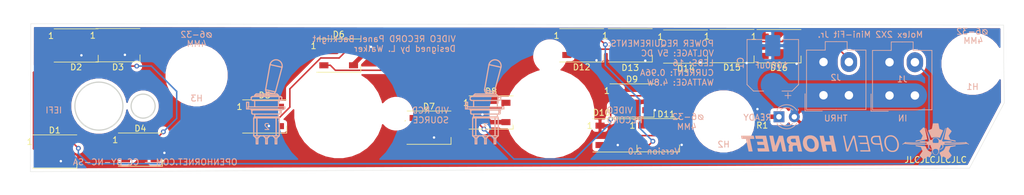
<source format=kicad_pcb>
(kicad_pcb (version 20171130) (host pcbnew "(5.1.10)-1")
  (layers (0 F.Cu signal) (31 B.Cu signal) (34 B.Paste user) (35 F.Paste user) (36 B.SilkS user) (37 F.SilkS user) (38 B.Mask user) (39 F.Mask user) (44 Edge.Cuts user))
  (net 0 "")
  (net 1 "Net-(D1-Pad2)")
  (net 2 "Net-(D2-Pad2)")
  (net 3 "Net-(D3-Pad2)")
  (net 4 "Net-(D4-Pad2)")
  (net 5 "Net-(D5-Pad2)")
  (net 6 "Net-(D6-Pad2)")
  (net 7 "Net-(D7-Pad2)")
  (net 8 "Net-(D8-Pad2)")
  (net 9 "Net-(D10-Pad4)")
  (net 10 "Net-(D10-Pad2)")
  (net 11 "Net-(D11-Pad2)")
  (net 12 "Net-(D12-Pad2)")
  (net 13 "Net-(D13-Pad2)")
  (net 14 "Net-(D14-Pad2)")
  (net 15 "Net-(D15-Pad2)")
  (net 16 /LED+5V)
  (net 17 /LEDGND)
  (net 18 /DATAIN)
  (net 19 /DATAOUT)
  (net 20 "Net-(D17-Pad1)")
  (module Connector_Molex:Molex_Mini-Fit_Jr_5566-04A_2x02_P4.20mm_Vertical (layer B.Cu) (at 198.619 79.414)
    (fp_text reference J1 (at 2.1 -2.706) (layer B.SilkS) (effects (justify mirror)))
    (fp_text value Conn_01x04_Female)
    (pad 4 thru_hole oval (at 4.2 -5.5) (size 2.7 3.3) (drill 1.4) (layers *.Cu *.Mask) (net 18 /DATAIN))
    (pad 3 thru_hole oval (at 0 -5.5) (size 2.7 3.3) (drill 1.4) (layers *.Cu *.Mask) (net 17 /LEDGND))
    (pad 2 thru_hole oval (at 4.2 0) (size 2.7 3.3) (drill 1.4) (layers *.Cu *.Mask) (net 16 /LED+5V))
    (pad 1 thru_hole roundrect (at 0 0) (size 2.7 3.3) (drill 1.4) (layers *.Cu *.Mask) (roundrect_rratio 0.09300000000000001) (net 16 /LED+5V))
  )
  (module Connector_Molex:Molex_Mini-Fit_Jr_5566-04A_2x02_P4.20mm_Vertical (layer B.Cu) (at 187.706 79.375)
    (fp_text reference J2 (at 2.032 -2.921) (layer B.SilkS) (effects (justify mirror)))
    (fp_text value Conn_01x04_Female)
    (pad 4 thru_hole oval (at 4.2 -5.5) (size 2.7 3.3) (drill 1.4) (layers *.Cu *.Mask) (net 19 /DATAOUT))
    (pad 3 thru_hole oval (at 0 -5.5) (size 2.7 3.3) (drill 1.4) (layers *.Cu *.Mask) (net 17 /LEDGND))
    (pad 2 thru_hole oval (at 4.2 0) (size 2.7 3.3) (drill 1.4) (layers *.Cu *.Mask) (net 16 /LED+5V))
    (pad 1 thru_hole roundrect (at 0 0) (size 2.7 3.3) (drill 1.4) (layers *.Cu *.Mask) (roundrect_rratio 0.09300000000000001) (net 16 /LED+5V))
  )
  (module OH_Backlighting:OH_Panel_6-32_PHS (layer F.Cu) (at 84.074 76.073)
    (fp_text reference REF** hide)
    (fp_text value OH_Panel_Fastner_Keepout hide)
    (fp_text user H3 (at 0 3.81) (layer B.SilkS) (effects (justify mirror)))
    (fp_text user ⌀6-32 (at 0 -6.731) (layer B.SilkS) (effects (justify mirror)))
    (pad "" np_thru_hole circle (at 0 0) (size 4.3 4.3) (drill 4.3) (layers *.Cu *.Mask) (clearance 3))
  )
  (module OH_Backlighting:OH_Panel_6-32_PHS (layer F.Cu) (at 171.196 83.693)
    (fp_text reference REF** hide)
    (fp_text value OH_Panel_Fastner_Keepout hide)
    (fp_text user H2 (at 0 3.81) (layer B.SilkS) (effects (justify mirror)))
    (fp_text user ⌀6-32 (at -5.842 -0.762) (layer B.SilkS) (effects (justify mirror)))
    (pad "" np_thru_hole circle (at 0 0) (size 4.3 4.3) (drill 4.3) (layers *.Cu *.Mask) (clearance 3))
  )
  (module OH_Backlighting:OH_Panel_6-32_PHS (layer F.Cu) (at 212.344 74.168)
    (fp_text reference REF** hide)
    (fp_text value OH_Panel_Fastner_Keepout hide)
    (fp_text user H1 (at 0 3.81) (layer B.SilkS) (effects (justify mirror)))
    (fp_text user ⌀6-32 (at 0 -5.334) (layer B.SilkS) (effects (justify mirror)))
    (pad "" np_thru_hole circle (at 0 0) (size 4.3 4.3) (drill 4.3) (layers *.Cu *.Mask) (clearance 3))
  )
  (module OH_General:OH_LOGO_37.7mm_5.9mm (layer B.Cu) (at 192.913 86.995 180)
    (fp_text reference G*** hide)
    (fp_text value LOGO hide)
  )
  (module OH_Backlighting:100SPX_Toggle_13mm_x_18mm (layer F.Cu) (at 107.569 82.423 90)
    (fp_text reference REF** hide)
    (fp_text value 100SPX_Toggle_13mm_x_18mm hide)
    (pad "" np_thru_hole circle (at 0 0 90) (size 12.7 12.7) (drill 12.7) (layers *.Mask B.Cu) (clearance 3.658))
    (pad "" np_thru_hole circle (at 0 0 90) (size 12.7 12.7) (drill 12.7) (layers *.Mask F.Cu) (clearance 1))
    (pad "" np_thru_hole circle (at 0 9.525 90) (size 3.572 3.572) (drill 3.572) (layers *.Cu *.Mask) (clearance 1))
  )
  (module OH_Backlighting:100SPX_Toggle_13mm_x_18mm (layer F.Cu) (at 142.494 82.423 180)
    (fp_text reference REF** hide)
    (fp_text value 100SPX_Toggle_13mm_x_18mm hide)
    (pad "" np_thru_hole circle (at 0 0 180) (size 12.7 12.7) (drill 12.7) (layers *.Mask B.Cu) (clearance 3.65))
    (pad "" np_thru_hole circle (at 0 0 180) (size 12.7 12.7) (drill 12.7) (layers *.Mask F.Cu) (clearance 1))
    (pad "" np_thru_hole circle (at 0 9.525 180) (size 3.572 3.572) (drill 3.572) (layers *.Cu *.Mask) (clearance 1))
  )
  (module OH_Backlighting:100SP1_Toggle_Silkscreen (layer F.Cu) (at 96.139 81.807304)
    (fp_text reference G*** hide)
    (fp_text value "100SP1 Toggle" hide)
    (fp_text user 2 (at -0.475 2.775) (layer B.SilkS) (effects (justify mirror)))
  )
  (module OH_Backlighting:100SP3_Toggle_Silkscreen (layer F.Cu) (at 132.334 81.807304)
    (fp_text reference G*** hide)
    (fp_text value "100SP3 Toggle" hide)
    (fp_text user 3 (at -0.475 2.8) (layer B.SilkS) (effects (justify mirror)))
  )
  (module Resistor_SMD:R_0603_1608Metric (layer F.Cu) (at 177.572 82.931 180)
    (fp_text reference R1 (at 0 -1.43) (layer F.SilkS))
    (fp_text value R)
    (pad 2 smd roundrect (at 0.7875 0 180) (size 0.875 0.95) (layers F.Cu F.Paste F.Mask) (net 17 /LEDGND))
    (pad 1 smd roundrect (at -0.7875 0 180) (size 0.875 0.95) (layers F.Cu F.Paste F.Mask) (net 20 "Net-(D17-Pad1)"))
  )
  (module LED_THT:LED_D3.0mm (layer B.Cu) (at 180.34 82.931)
    (fp_text reference D17 hide)
    (fp_text value LED)
    (pad 2 thru_hole circle (at 2.54 0) (size 1.8 1.8) (drill 0.9) (layers *.Cu *.Mask) (net 16 /LED+5V))
    (pad 1 thru_hole rect (at 0 0) (size 1.8 1.8) (drill 0.9) (layers *.Cu *.Mask) (net 20 "Net-(D17-Pad1)"))
  )
  (module LED_SMD:LED_WS2812B_PLCC4_5.0x5.0mm_P3.2mm (layer F.Cu) (at 180.34 71.2724)
    (fp_text reference D16 (at 0 3.556) (layer F.SilkS))
    (fp_text value WS2812B)
    (fp_text user 1 (at -4.15 -1.6) (layer F.SilkS))
    (pad 1 smd rect (at -2.45 -1.6) (size 1.5 1) (layers F.Cu F.Paste F.Mask) (net 16 /LED+5V))
    (pad 2 smd rect (at -2.45 1.6) (size 1.5 1) (layers F.Cu F.Paste F.Mask) (net 19 /DATAOUT))
    (pad 4 smd rect (at 2.45 -1.6) (size 1.5 1) (layers F.Cu F.Paste F.Mask) (net 15 "Net-(D15-Pad2)"))
    (pad 3 smd rect (at 2.45 1.6) (size 1.5 1) (layers F.Cu F.Paste F.Mask) (net 17 /LEDGND))
  )
  (module LED_SMD:LED_WS2812B_PLCC4_5.0x5.0mm_P3.2mm (layer F.Cu) (at 172.579 71.2468)
    (fp_text reference D15 (at -0.0114 3.5308) (layer F.SilkS))
    (fp_text value WS2812B)
    (fp_text user 1 (at -4.15 -1.6) (layer F.SilkS))
    (pad 1 smd rect (at -2.45 -1.6) (size 1.5 1) (layers F.Cu F.Paste F.Mask) (net 16 /LED+5V))
    (pad 2 smd rect (at -2.45 1.6) (size 1.5 1) (layers F.Cu F.Paste F.Mask) (net 15 "Net-(D15-Pad2)"))
    (pad 4 smd rect (at 2.45 -1.6) (size 1.5 1) (layers F.Cu F.Paste F.Mask) (net 14 "Net-(D14-Pad2)"))
    (pad 3 smd rect (at 2.45 1.6) (size 1.5 1) (layers F.Cu F.Paste F.Mask) (net 17 /LEDGND))
  )
  (module LED_SMD:LED_WS2812B_PLCC4_5.0x5.0mm_P3.2mm (layer F.Cu) (at 164.897 71.3232)
    (fp_text reference D14 (at 0.0506 3.6068) (layer F.SilkS))
    (fp_text value WS2812B)
    (fp_text user 1 (at -4.15 -1.6) (layer F.SilkS))
    (pad 1 smd rect (at -2.45 -1.6) (size 1.5 1) (layers F.Cu F.Paste F.Mask) (net 16 /LED+5V))
    (pad 2 smd rect (at -2.45 1.6) (size 1.5 1) (layers F.Cu F.Paste F.Mask) (net 14 "Net-(D14-Pad2)"))
    (pad 4 smd rect (at 2.45 -1.6) (size 1.5 1) (layers F.Cu F.Paste F.Mask) (net 13 "Net-(D13-Pad2)"))
    (pad 3 smd rect (at 2.45 1.6) (size 1.5 1) (layers F.Cu F.Paste F.Mask) (net 17 /LEDGND))
  )
  (module LED_SMD:LED_WS2812B_PLCC4_5.0x5.0mm_P3.2mm (layer F.Cu) (at 155.753 71.12)
    (fp_text reference D13 (at 0 3.7084) (layer F.SilkS))
    (fp_text value WS2812B)
    (fp_text user 1 (at -4.15 -1.6) (layer F.SilkS))
    (pad 1 smd rect (at -2.45 -1.6) (size 1.5 1) (layers F.Cu F.Paste F.Mask) (net 16 /LED+5V))
    (pad 2 smd rect (at -2.45 1.6) (size 1.5 1) (layers F.Cu F.Paste F.Mask) (net 13 "Net-(D13-Pad2)"))
    (pad 4 smd rect (at 2.45 -1.6) (size 1.5 1) (layers F.Cu F.Paste F.Mask) (net 12 "Net-(D12-Pad2)"))
    (pad 3 smd rect (at 2.45 1.6) (size 1.5 1) (layers F.Cu F.Paste F.Mask) (net 17 /LEDGND))
  )
  (module LED_SMD:LED_WS2812B_PLCC4_5.0x5.0mm_P3.2mm (layer F.Cu) (at 147.726 71.12)
    (fp_text reference D12 (at 0 3.6068) (layer F.SilkS))
    (fp_text value WS2812B)
    (fp_text user 1 (at -4.15 -1.6) (layer F.SilkS))
    (pad 1 smd rect (at -2.45 -1.6) (size 1.5 1) (layers F.Cu F.Paste F.Mask) (net 16 /LED+5V))
    (pad 2 smd rect (at -2.45 1.6) (size 1.5 1) (layers F.Cu F.Paste F.Mask) (net 12 "Net-(D12-Pad2)"))
    (pad 4 smd rect (at 2.45 -1.6) (size 1.5 1) (layers F.Cu F.Paste F.Mask) (net 11 "Net-(D11-Pad2)"))
    (pad 3 smd rect (at 2.45 1.6) (size 1.5 1) (layers F.Cu F.Paste F.Mask) (net 17 /LEDGND))
  )
  (module LED_SMD:LED_WS2812B_PLCC4_5.0x5.0mm_P3.2mm (layer F.Cu) (at 160.262 85.9788)
    (fp_text reference D11 (at 1.4344 -3.4796) (layer F.SilkS))
    (fp_text value WS2812B)
    (fp_text user 1 (at -4.15 -1.6) (layer F.SilkS))
    (pad 1 smd rect (at -2.45 -1.6) (size 1.5 1) (layers F.Cu F.Paste F.Mask) (net 16 /LED+5V))
    (pad 2 smd rect (at -2.45 1.6) (size 1.5 1) (layers F.Cu F.Paste F.Mask) (net 11 "Net-(D11-Pad2)"))
    (pad 4 smd rect (at 2.45 -1.6) (size 1.5 1) (layers F.Cu F.Paste F.Mask) (net 10 "Net-(D10-Pad2)"))
    (pad 3 smd rect (at 2.45 1.6) (size 1.5 1) (layers F.Cu F.Paste F.Mask) (net 17 /LEDGND))
  )
  (module LED_SMD:LED_WS2812B_PLCC4_5.0x5.0mm_P3.2mm (layer F.Cu) (at 153.213 86.0044)
    (fp_text reference D10 (at -2.1846 -3.7592) (layer F.SilkS))
    (fp_text value WS2812B)
    (fp_text user 1 (at -4.15 -1.6) (layer F.SilkS))
    (pad 1 smd rect (at -2.45 -1.6) (size 1.5 1) (layers F.Cu F.Paste F.Mask) (net 16 /LED+5V))
    (pad 2 smd rect (at -2.45 1.6) (size 1.5 1) (layers F.Cu F.Paste F.Mask) (net 10 "Net-(D10-Pad2)"))
    (pad 4 smd rect (at 2.45 -1.6) (size 1.5 1) (layers F.Cu F.Paste F.Mask) (net 9 "Net-(D10-Pad4)"))
    (pad 3 smd rect (at 2.45 1.6) (size 1.5 1) (layers F.Cu F.Paste F.Mask) (net 17 /LEDGND))
  )
  (module LED_SMD:LED_WS2812B_PLCC4_5.0x5.0mm_P3.2mm (layer F.Cu) (at 156.046 80.2388)
    (fp_text reference D9 (at 0 -3.5) (layer F.SilkS))
    (fp_text value WS2812B)
    (fp_text user 1 (at -4.15 -1.6) (layer F.SilkS))
    (pad 1 smd rect (at -2.45 -1.6) (size 1.5 1) (layers F.Cu F.Paste F.Mask) (net 16 /LED+5V))
    (pad 2 smd rect (at -2.45 1.6) (size 1.5 1) (layers F.Cu F.Paste F.Mask) (net 9 "Net-(D10-Pad4)"))
    (pad 4 smd rect (at 2.45 -1.6) (size 1.5 1) (layers F.Cu F.Paste F.Mask) (net 8 "Net-(D8-Pad2)"))
    (pad 3 smd rect (at 2.45 1.6) (size 1.5 1) (layers F.Cu F.Paste F.Mask) (net 17 /LEDGND))
  )
  (module LED_SMD:LED_WS2812B_PLCC4_5.0x5.0mm_P3.2mm (layer F.Cu) (at 132.752 82.2196)
    (fp_text reference D8 (at 0 -3.5) (layer F.SilkS))
    (fp_text value WS2812B)
    (fp_text user 1 (at -4.15 -1.6) (layer F.SilkS))
    (pad 1 smd rect (at -2.45 -1.6) (size 1.5 1) (layers F.Cu F.Paste F.Mask) (net 16 /LED+5V))
    (pad 2 smd rect (at -2.45 1.6) (size 1.5 1) (layers F.Cu F.Paste F.Mask) (net 8 "Net-(D8-Pad2)"))
    (pad 4 smd rect (at 2.45 -1.6) (size 1.5 1) (layers F.Cu F.Paste F.Mask) (net 7 "Net-(D7-Pad2)"))
    (pad 3 smd rect (at 2.45 1.6) (size 1.5 1) (layers F.Cu F.Paste F.Mask) (net 17 /LEDGND))
  )
  (module LED_SMD:LED_WS2812B_PLCC4_5.0x5.0mm_P3.2mm (layer F.Cu) (at 122.479 84.7344)
    (fp_text reference D7 (at 0 -3.5) (layer F.SilkS))
    (fp_text value WS2812B)
    (fp_text user 1 (at -4.15 -1.6) (layer F.SilkS))
    (pad 1 smd rect (at -2.45 -1.6) (size 1.5 1) (layers F.Cu F.Paste F.Mask) (net 16 /LED+5V))
    (pad 2 smd rect (at -2.45 1.6) (size 1.5 1) (layers F.Cu F.Paste F.Mask) (net 7 "Net-(D7-Pad2)"))
    (pad 4 smd rect (at 2.45 -1.6) (size 1.5 1) (layers F.Cu F.Paste F.Mask) (net 6 "Net-(D6-Pad2)"))
    (pad 3 smd rect (at 2.45 1.6) (size 1.5 1) (layers F.Cu F.Paste F.Mask) (net 17 /LEDGND))
  )
  (module LED_SMD:LED_WS2812B_PLCC4_5.0x5.0mm_P3.2mm (layer F.Cu) (at 107.555 72.8216)
    (fp_text reference D6 (at 0 -3.5) (layer F.SilkS))
    (fp_text value WS2812B)
    (fp_text user 1 (at -4.15 -1.6) (layer F.SilkS))
    (pad 1 smd rect (at -2.45 -1.6) (size 1.5 1) (layers F.Cu F.Paste F.Mask) (net 16 /LED+5V))
    (pad 2 smd rect (at -2.45 1.6) (size 1.5 1) (layers F.Cu F.Paste F.Mask) (net 6 "Net-(D6-Pad2)"))
    (pad 4 smd rect (at 2.45 -1.6) (size 1.5 1) (layers F.Cu F.Paste F.Mask) (net 5 "Net-(D5-Pad2)"))
    (pad 3 smd rect (at 2.45 1.6) (size 1.5 1) (layers F.Cu F.Paste F.Mask) (net 17 /LEDGND))
  )
  (module LED_SMD:LED_WS2812B_PLCC4_5.0x5.0mm_P3.2mm (layer F.Cu) (at 95.3124 82.88)
    (fp_text reference D5 (at 0 -3.5) (layer F.SilkS))
    (fp_text value WS2812B)
    (fp_text user 1 (at -4.15 -1.6) (layer F.SilkS))
    (pad 1 smd rect (at -2.45 -1.6) (size 1.5 1) (layers F.Cu F.Paste F.Mask) (net 16 /LED+5V))
    (pad 2 smd rect (at -2.45 1.6) (size 1.5 1) (layers F.Cu F.Paste F.Mask) (net 5 "Net-(D5-Pad2)"))
    (pad 4 smd rect (at 2.45 -1.6) (size 1.5 1) (layers F.Cu F.Paste F.Mask) (net 4 "Net-(D4-Pad2)"))
    (pad 3 smd rect (at 2.45 1.6) (size 1.5 1) (layers F.Cu F.Paste F.Mask) (net 17 /LEDGND))
  )
  (module LED_SMD:LED_WS2812B_PLCC4_5.0x5.0mm_P3.2mm (layer F.Cu) (at 74.766 88.3664)
    (fp_text reference D4 (at 0 -3.5) (layer F.SilkS))
    (fp_text value WS2812B)
    (fp_text user 1 (at -4.15 -1.6) (layer F.SilkS))
    (pad 1 smd rect (at -2.45 -1.6) (size 1.5 1) (layers F.Cu F.Paste F.Mask) (net 16 /LED+5V))
    (pad 2 smd rect (at -2.45 1.6) (size 1.5 1) (layers F.Cu F.Paste F.Mask) (net 4 "Net-(D4-Pad2)"))
    (pad 4 smd rect (at 2.45 -1.6) (size 1.5 1) (layers F.Cu F.Paste F.Mask) (net 3 "Net-(D3-Pad2)"))
    (pad 3 smd rect (at 2.45 1.6) (size 1.5 1) (layers F.Cu F.Paste F.Mask) (net 17 /LEDGND))
  )
  (module LED_SMD:LED_WS2812B_PLCC4_5.0x5.0mm_P3.2mm (layer F.Cu) (at 71.0576 71.0944)
    (fp_text reference D3 (at 0.0116 3.6324) (layer F.SilkS))
    (fp_text value WS2812B)
    (fp_text user 1 (at -4.15 -1.6) (layer F.SilkS))
    (pad 1 smd rect (at -2.45 -1.6) (size 1.5 1) (layers F.Cu F.Paste F.Mask) (net 16 /LED+5V))
    (pad 2 smd rect (at -2.45 1.6) (size 1.5 1) (layers F.Cu F.Paste F.Mask) (net 3 "Net-(D3-Pad2)"))
    (pad 4 smd rect (at 2.45 -1.6) (size 1.5 1) (layers F.Cu F.Paste F.Mask) (net 2 "Net-(D2-Pad2)"))
    (pad 3 smd rect (at 2.45 1.6) (size 1.5 1) (layers F.Cu F.Paste F.Mask) (net 17 /LEDGND))
  )
  (module LED_SMD:LED_WS2812B_PLCC4_5.0x5.0mm_P3.2mm (layer F.Cu) (at 64.1488 71.1452)
    (fp_text reference D2 (at 0 3.5816) (layer F.SilkS))
    (fp_text value WS2812B)
    (fp_text user 1 (at -4.15 -1.6) (layer F.SilkS))
    (pad 1 smd rect (at -2.45 -1.6) (size 1.5 1) (layers F.Cu F.Paste F.Mask) (net 16 /LED+5V))
    (pad 2 smd rect (at -2.45 1.6) (size 1.5 1) (layers F.Cu F.Paste F.Mask) (net 2 "Net-(D2-Pad2)"))
    (pad 4 smd rect (at 2.45 -1.6) (size 1.5 1) (layers F.Cu F.Paste F.Mask) (net 1 "Net-(D1-Pad2)"))
    (pad 3 smd rect (at 2.45 1.6) (size 1.5 1) (layers F.Cu F.Paste F.Mask) (net 17 /LEDGND))
  )
  (module LED_SMD:LED_WS2812B_PLCC4_5.0x5.0mm_P3.2mm (layer F.Cu) (at 60.616 88.6712)
    (fp_text reference D1 (at 0 -3.5) (layer F.SilkS))
    (fp_text value WS2812B)
    (fp_text user 1 (at -4.15 -1.6) (layer F.SilkS))
    (pad 1 smd rect (at -2.45 -1.6) (size 1.5 1) (layers F.Cu F.Paste F.Mask) (net 16 /LED+5V))
    (pad 2 smd rect (at -2.45 1.6) (size 1.5 1) (layers F.Cu F.Paste F.Mask) (net 1 "Net-(D1-Pad2)"))
    (pad 4 smd rect (at 2.45 -1.6) (size 1.5 1) (layers F.Cu F.Paste F.Mask) (net 18 /DATAIN))
    (pad 3 smd rect (at 2.45 1.6) (size 1.5 1) (layers F.Cu F.Paste F.Mask) (net 17 /LEDGND))
  )
  (module Capacitor_SMD:CP_Elec_8x10 (layer B.Cu) (at 179.324 74.422 90)
    (fp_text reference C1 (at 0.381 -5.334 90) (layer B.SilkS) (effects (justify mirror)))
    (fp_text value C_Polarized)
    (pad 2 smd roundrect (at 3.25 0 90) (size 3.5 2.5) (layers B.Cu B.Paste B.Mask) (roundrect_rratio 0.1) (net 17 /LEDGND))
    (pad 1 smd roundrect (at -3.25 0 90) (size 3.5 2.5) (layers B.Cu B.Paste B.Mask) (roundrect_rratio 0.1) (net 16 /LED+5V))
  )
  (gr_text 4MM (at 212.471 70.358) (layer B.SilkS) (effects (font (size 1 1)) (justify mirror)))
  (gr_text 4MM (at 165.1 84.582) (layer B.SilkS) (effects (font (size 1 1)) (justify mirror)))
  (gr_text 4MM (at 84.074 70.866) (layer B.SilkS) (effects (font (size 1 1)) (justify mirror)))
  (gr_text "OPENHORNET.COM - CC BY-NC-SA" (at 77.216 90.424) (layer B.SilkS) (effects (font (size 1 1)) (justify mirror)))
  (gr_text JLCJLCJLCJLC (at 206.248 90.043) (layer F.SilkS) (effects (font (size 1 1))))
  (gr_text "POWER REQUIREMENTS:\nVOLTAGE: 5V DC\nLEDS: 16\nCURRENT: 0.96A\nWATTAGE: 4.8W" (at 169.672 74.041) (layer B.SilkS) (effects (font (size 1 1)) (justify left mirror)))
  (gr_text READY (at 176.784 83.058) (layer B.SilkS) (effects (font (size 1 1)) (justify mirror)))
  (gr_text 1000uF (at 179.07 74.422) (layer B.SilkS) (effects (font (size 1 1)) (justify mirror)))
  (gr_text "Version 2.0" (at 159.639 88.646) (layer B.SilkS) (effects (font (size 1 1)) (justify mirror)))
  (gr_text THRU (at 189.738 83.185) (layer B.SilkS) (effects (font (size 1 1)) (justify mirror)))
  (gr_text IN (at 200.787 83.185) (layer B.SilkS) (effects (font (size 1 1)) (justify mirror)))
  (gr_text "Molex 2X2 Mini-Fit Jr." (at 195.453 69.342) (layer B.SilkS) (effects (font (size 1 1)) (justify mirror)))
  (gr_text "VIDEO\nRECORD" (at 151.765 82.677) (layer B.SilkS) (effects (font (size 1 1)) (justify right mirror)))
  (gr_text "VID RCD\nSOURCE" (at 125.857 82.677) (layer B.SilkS) (effects (font (size 1 1)) (justify left mirror)))
  (gr_text IEFI (at 60.452 81.852) (layer B.SilkS) (effects (font (size 1 1)) (justify mirror)))
  (gr_text "VIDEO RECORD Panel Backlight\nDesigned by L. Walker" (at 127 70.866) (layer B.SilkS) (effects (font (size 1 1)) (justify left mirror)))
  (gr_line (start 56.642 67.564) (end 217.4748 67.7672) (layer Edge.Cuts) (width 0.05))
  (gr_line (start 56.5912 91.9988) (end 56.642 67.564) (layer Edge.Cuts) (width 0.05))
  (gr_line (start 211.836 91.44) (end 56.5912 91.9988) (layer Edge.Cuts) (width 0.05))
  (gr_line (start 217.5764 80.6704) (end 211.836 91.44) (layer Edge.Cuts) (width 0.05))
  (gr_line (start 217.4748 67.7672) (end 217.5764 80.6704) (layer Edge.Cuts) (width 0.05))
  (gr_circle (center 67.911257 81.172048) (end 71.880007 81.172048) (layer Edge.Cuts) (width 0.2))
  (gr_circle (center 75.222039 81.172048) (end 77.206414 81.172048) (layer Edge.Cuts) (width 0.2))
  (segment (start 58.166 89.281) (end 58.166 90.2712) (width 0.25) (layer F.Cu) (net 1))
  (segment (start 66.5988 69.5452) (end 65.151 70.993) (width 0.25) (layer F.Cu) (net 1))
  (segment (start 65.151 70.993) (end 61.7124 70.993) (width 0.25) (layer F.Cu) (net 1))
  (segment (start 61.7124 70.993) (end 57.0907 75.6147) (width 0.25) (layer F.Cu) (net 1))
  (segment (start 57.0907 88.2057) (end 58.166 89.281) (width 0.25) (layer F.Cu) (net 1))
  (segment (start 57.0907 75.6147) (end 57.0907 88.2057) (width 0.25) (layer F.Cu) (net 1))
  (segment (start 71.132601 71.869399) (end 73.5076 69.4944) (width 0.25) (layer F.Cu) (net 2))
  (segment (start 62.574601 71.869399) (end 71.132601 71.869399) (width 0.25) (layer F.Cu) (net 2))
  (segment (start 61.6988 72.7452) (end 62.574601 71.869399) (width 0.25) (layer F.Cu) (net 2))
  (segment (start 77.216 86.7664) (end 78.5622 85.4202) (width 0.25) (layer F.Cu) (net 3))
  (via (at 78.5622 85.4202) (size 0.8) (drill 0.4) (layers F.Cu B.Cu) (net 3))
  (via (at 74.168 74.549) (size 0.8) (drill 0.4) (layers F.Cu B.Cu) (net 3))
  (segment (start 74.168 74.549) (end 76.581 74.549) (width 0.25) (layer B.Cu) (net 3))
  (segment (start 76.581 74.549) (end 80.772 78.74) (width 0.25) (layer B.Cu) (net 3))
  (segment (start 80.772 83.2104) (end 78.5622 85.4202) (width 0.25) (layer B.Cu) (net 3))
  (segment (start 80.772 78.74) (end 80.772 83.2104) (width 0.25) (layer B.Cu) (net 3))
  (segment (start 70.4622 74.549) (end 68.6076 72.6944) (width 0.25) (layer F.Cu) (net 3))
  (segment (start 74.168 74.549) (end 70.4622 74.549) (width 0.25) (layer F.Cu) (net 3))
  (segment (start 97.7624 81.28) (end 96.6871 81.28) (width 0.25) (layer F.Cu) (net 4))
  (segment (start 72.316 89.9664) (end 73.3913 89.9664) (width 0.25) (layer F.Cu) (net 4))
  (segment (start 73.3913 89.9664) (end 74.2166 89.1411) (width 0.25) (layer F.Cu) (net 4))
  (segment (start 74.2166 89.1411) (end 76.6067 89.1411) (width 0.25) (layer F.Cu) (net 4))
  (segment (start 76.6067 89.1411) (end 83.6425 82.1053) (width 0.25) (layer F.Cu) (net 4))
  (segment (start 83.6425 82.1053) (end 95.8618 82.1053) (width 0.25) (layer F.Cu) (net 4))
  (segment (start 95.8618 82.1053) (end 96.6871 81.28) (width 0.25) (layer F.Cu) (net 4))
  (segment (start 92.8624 84.48) (end 93.9377 84.48) (width 0.25) (layer F.Cu) (net 5))
  (segment (start 93.9377 84.48) (end 94.763 83.6547) (width 0.25) (layer F.Cu) (net 5))
  (segment (start 94.763 83.6547) (end 97.1724 83.6547) (width 0.25) (layer F.Cu) (net 5))
  (segment (start 97.1724 83.6547) (end 99.485 81.3421) (width 0.25) (layer F.Cu) (net 5))
  (segment (start 99.485 81.3421) (end 99.485 78.3118) (width 0.25) (layer F.Cu) (net 5))
  (segment (start 110.005 71.2216) (end 109.6264 71.2216) (width 0.25) (layer F.Cu) (net 5))
  (segment (start 107.6341 73.2139) (end 104.5829 73.2139) (width 0.25) (layer F.Cu) (net 5))
  (segment (start 109.6264 71.2216) (end 107.6341 73.2139) (width 0.25) (layer F.Cu) (net 5))
  (segment (start 99.485 78.3118) (end 104.5829 73.2139) (width 0.25) (layer F.Cu) (net 5))
  (segment (start 124.929 83.1344) (end 123.8537 83.1344) (width 0.25) (layer F.Cu) (net 6))
  (segment (start 105.105 74.4216) (end 106.1803 74.4216) (width 0.25) (layer F.Cu) (net 6))
  (segment (start 106.1803 74.4216) (end 107.0056 75.2469) (width 0.25) (layer F.Cu) (net 6))
  (segment (start 107.0056 75.2469) (end 115.9662 75.2469) (width 0.25) (layer F.Cu) (net 6))
  (segment (start 115.9662 75.2469) (end 123.8537 83.1344) (width 0.25) (layer F.Cu) (net 6))
  (segment (start 134.376999 81.444601) (end 135.202 80.6196) (width 0.25) (layer F.Cu) (net 7))
  (segment (start 130.841997 81.444601) (end 134.376999 81.444601) (width 0.25) (layer F.Cu) (net 7))
  (segment (start 129.226999 83.059599) (end 130.841997 81.444601) (width 0.25) (layer F.Cu) (net 7))
  (segment (start 129.226999 83.871403) (end 129.226999 83.059599) (width 0.25) (layer F.Cu) (net 7))
  (segment (start 125.939001 87.159401) (end 129.226999 83.871403) (width 0.25) (layer F.Cu) (net 7))
  (segment (start 120.854001 87.159401) (end 125.939001 87.159401) (width 0.25) (layer F.Cu) (net 7))
  (segment (start 120.029 86.3344) (end 120.854001 87.159401) (width 0.25) (layer F.Cu) (net 7))
  (segment (start 130.302 83.8196) (end 130.4286 83.8196) (width 0.25) (layer F.Cu) (net 8))
  (segment (start 130.4286 83.8196) (end 131.572 84.963) (width 0.25) (layer F.Cu) (net 8))
  (segment (start 154.135997 79.463801) (end 157.670999 79.463801) (width 0.25) (layer F.Cu) (net 8))
  (segment (start 157.670999 79.463801) (end 158.496 78.6388) (width 0.25) (layer F.Cu) (net 8))
  (segment (start 152.520999 81.078799) (end 154.135997 79.463801) (width 0.25) (layer F.Cu) (net 8))
  (via (at 131.572 84.963) (size 0.8) (drill 0.4) (layers F.Cu B.Cu) (net 8))
  (segment (start 152.520999 83.318001) (end 152.520999 81.078799) (width 0.25) (layer F.Cu) (net 8))
  (via (at 152.520999 83.318001) (size 0.8) (drill 0.4) (layers F.Cu B.Cu) (net 8))
  (segment (start 131.572 84.963) (end 136.525 89.916) (width 0.25) (layer B.Cu) (net 8))
  (segment (start 136.525 89.916) (end 146.558 89.916) (width 0.25) (layer B.Cu) (net 8))
  (segment (start 152.520999 83.953001) (end 152.520999 83.318001) (width 0.25) (layer B.Cu) (net 8))
  (segment (start 146.558 89.916) (end 152.520999 83.953001) (width 0.25) (layer B.Cu) (net 8))
  (segment (start 153.596 82.3374) (end 155.663 84.4044) (width 0.25) (layer F.Cu) (net 9))
  (segment (start 153.596 81.8388) (end 153.596 82.3374) (width 0.25) (layer F.Cu) (net 9))
  (segment (start 162.712 84.3788) (end 161.6367 84.3788) (width 0.25) (layer F.Cu) (net 10))
  (segment (start 150.763 87.6044) (end 151.8383 87.6044) (width 0.25) (layer F.Cu) (net 10))
  (segment (start 151.8383 87.6044) (end 153.395 86.0477) (width 0.25) (layer F.Cu) (net 10))
  (segment (start 153.395 86.0477) (end 159.9678 86.0477) (width 0.25) (layer F.Cu) (net 10))
  (segment (start 159.9678 86.0477) (end 161.6367 84.3788) (width 0.25) (layer F.Cu) (net 10))
  (segment (start 158.8873 87.5788) (end 157.812 87.5788) (width 0.25) (layer F.Cu) (net 11))
  (segment (start 159.49155 86.97455) (end 158.8873 87.5788) (width 0.25) (layer F.Cu) (net 11))
  (via (at 159.49155 86.97455) (size 0.8) (drill 0.4) (layers F.Cu B.Cu) (net 11))
  (segment (start 150.176 69.52) (end 150.176 69.658) (width 0.25) (layer F.Cu) (net 11))
  (segment (start 150.176 69.658) (end 151.638 70.993) (width 0.25) (layer F.Cu) (net 11))
  (segment (start 151.638 70.993) (end 151.638 71.12) (width 0.25) (layer F.Cu) (net 11))
  (via (at 151.638 70.993) (size 0.8) (drill 0.4) (layers F.Cu B.Cu) (net 11))
  (segment (start 157.353 84.836) (end 159.49155 86.97455) (width 0.25) (layer B.Cu) (net 11))
  (segment (start 151.638 70.993) (end 151.638 74.422) (width 0.25) (layer B.Cu) (net 11))
  (segment (start 157.353 80.137) (end 157.353 84.836) (width 0.25) (layer B.Cu) (net 11))
  (segment (start 151.638 74.422) (end 157.353 80.137) (width 0.25) (layer B.Cu) (net 11))
  (segment (start 145.276 72.72) (end 145.72 72.72) (width 0.25) (layer F.Cu) (net 12))
  (segment (start 145.72 72.72) (end 146.685 71.755) (width 0.25) (layer F.Cu) (net 12))
  (segment (start 155.52639 70.9355) (end 156.7875 70.9355) (width 0.25) (layer F.Cu) (net 12))
  (segment (start 154.70689 71.755) (end 155.52639 70.9355) (width 0.25) (layer F.Cu) (net 12))
  (segment (start 146.685 71.755) (end 154.70689 71.755) (width 0.25) (layer F.Cu) (net 12))
  (segment (start 156.7875 70.9355) (end 158.203 69.52) (width 0.25) (layer F.Cu) (net 12))
  (segment (start 167.347 69.7232) (end 166.2717 69.7232) (width 0.25) (layer F.Cu) (net 13))
  (segment (start 153.303 72.72) (end 154.3783 72.72) (width 0.25) (layer F.Cu) (net 13))
  (segment (start 154.3783 72.72) (end 155.5273 71.571) (width 0.25) (layer F.Cu) (net 13))
  (segment (start 155.5273 71.571) (end 164.4239 71.571) (width 0.25) (layer F.Cu) (net 13))
  (segment (start 164.4239 71.571) (end 166.2717 69.7232) (width 0.25) (layer F.Cu) (net 13))
  (segment (start 162.447 72.9232) (end 163.5223 72.9232) (width 0.25) (layer F.Cu) (net 14))
  (segment (start 175.029 69.6468) (end 173.9537 69.6468) (width 0.25) (layer F.Cu) (net 14))
  (segment (start 163.5223 72.9232) (end 164.4241 72.0214) (width 0.25) (layer F.Cu) (net 14))
  (segment (start 164.4241 72.0214) (end 171.5791 72.0214) (width 0.25) (layer F.Cu) (net 14))
  (segment (start 171.5791 72.0214) (end 173.9537 69.6468) (width 0.25) (layer F.Cu) (net 14))
  (segment (start 181.7147 69.6724) (end 182.79 69.6724) (width 0.25) (layer F.Cu) (net 15))
  (segment (start 180.8894 70.4977) (end 181.7147 69.6724) (width 0.25) (layer F.Cu) (net 15))
  (segment (start 174.4492 70.4977) (end 180.8894 70.4977) (width 0.25) (layer F.Cu) (net 15))
  (segment (start 172.1001 72.8468) (end 174.4492 70.4977) (width 0.25) (layer F.Cu) (net 15))
  (segment (start 170.129 72.8468) (end 172.1001 72.8468) (width 0.25) (layer F.Cu) (net 15))
  (segment (start 187.96 79.629) (end 187.706 79.375) (width 0.75) (layer B.Cu) (net 16))
  (segment (start 181.066 79.414) (end 179.324 77.672) (width 4) (layer B.Cu) (net 16))
  (segment (start 182.88 79.58) (end 183.046 79.414) (width 1.25) (layer B.Cu) (net 16))
  (segment (start 182.88 82.931) (end 182.88 79.58) (width 1.25) (layer B.Cu) (net 16))
  (segment (start 202.819 79.414) (end 183.046 79.414) (width 4) (layer B.Cu) (net 16))
  (segment (start 183.046 79.414) (end 181.066 79.414) (width 4) (layer B.Cu) (net 16))
  (segment (start 176.784 82.296) (end 176.7845 82.2965) (width 0.25) (layer F.Cu) (net 17))
  (segment (start 176.7845 82.2965) (end 176.7845 82.931) (width 0.25) (layer F.Cu) (net 17))
  (segment (start 176.784 82.296) (end 176.784 81.661) (width 0.75) (layer F.Cu) (net 17))
  (segment (start 176.784 82.931) (end 176.784 82.296) (width 0.75) (layer F.Cu) (net 17))
  (segment (start 65.024 72.771) (end 65.0498 72.7452) (width 0.75) (layer F.Cu) (net 17))
  (segment (start 66.5988 72.7452) (end 65.024 72.771) (width 0.75) (layer F.Cu) (net 17))
  (segment (start 96.012 84.455) (end 96.037 84.48) (width 0.75) (layer F.Cu) (net 17))
  (segment (start 97.7624 84.48) (end 96.012 84.455) (width 0.75) (layer F.Cu) (net 17))
  (segment (start 123.317 86.36) (end 123.343 86.3344) (width 0.75) (layer F.Cu) (net 17))
  (segment (start 124.929 86.3344) (end 123.317 86.36) (width 0.75) (layer F.Cu) (net 17))
  (segment (start 158.242 73.66) (end 158.203 73.621) (width 0.75) (layer F.Cu) (net 17))
  (segment (start 158.203 72.72) (end 158.242 73.66) (width 0.75) (layer F.Cu) (net 17))
  (segment (start 175.006 74.041) (end 175.029 74.018) (width 0.75) (layer F.Cu) (net 17))
  (segment (start 175.029 72.8468) (end 175.006 74.041) (width 0.75) (layer F.Cu) (net 17))
  (segment (start 77.216 89.9664) (end 77.6736 89.9664) (width 0.75) (layer F.Cu) (net 17))
  (segment (start 77.6736 89.9664) (end 78.74 88.9) (width 0.75) (layer F.Cu) (net 17))
  (segment (start 155.663 87.6044) (end 153.696 87.6044) (width 0.75) (layer F.Cu) (net 17))
  (segment (start 162.712 87.5788) (end 164.262 87.5788) (width 0.75) (layer F.Cu) (net 17))
  (segment (start 158.496 81.8388) (end 159.817 81.8388) (width 0.75) (layer F.Cu) (net 17))
  (segment (start 73.5076 72.6944) (end 72.2126 72.6944) (width 0.75) (layer F.Cu) (net 17))
  (segment (start 63.066 90.2712) (end 61.6208 90.2712) (width 0.75) (layer F.Cu) (net 17))
  (segment (start 150.176 72.72) (end 150.176 73.595) (width 0.75) (layer F.Cu) (net 17))
  (segment (start 167.347 72.9232) (end 167.347 73.953) (width 0.75) (layer F.Cu) (net 17))
  (segment (start 182.79 72.8724) (end 182.79 73.697) (width 0.75) (layer F.Cu) (net 17))
  (segment (start 182.79 73.697) (end 183.261 74.168) (width 0.75) (layer F.Cu) (net 17))
  (via (at 78.74 88.9) (size 0.8) (layers F.Cu B.Cu) (net 17))
  (via (at 176.784 81.661) (size 0.8) (layers F.Cu B.Cu) (net 17))
  (via (at 153.696 87.6044) (size 0.8) (layers F.Cu B.Cu) (net 17))
  (via (at 164.262 87.5788) (size 0.8) (layers F.Cu B.Cu) (net 17))
  (via (at 159.817 81.8388) (size 0.8) (layers F.Cu B.Cu) (net 17))
  (via (at 72.2126 72.6944) (size 0.8) (layers F.Cu B.Cu) (net 17))
  (via (at 65.024 72.771) (size 0.8) (layers F.Cu B.Cu) (net 17))
  (via (at 61.6208 90.2712) (size 0.8) (layers F.Cu B.Cu) (net 17))
  (via (at 96.012 84.455) (size 0.8) (layers F.Cu B.Cu) (net 17))
  (via (at 123.317 86.36) (size 0.8) (layers F.Cu B.Cu) (net 17))
  (via (at 150.176 73.595) (size 0.8) (layers F.Cu B.Cu) (net 17))
  (via (at 158.242 73.66) (size 0.8) (layers F.Cu B.Cu) (net 17))
  (via (at 167.347 73.953) (size 0.8) (layers F.Cu B.Cu) (net 17))
  (via (at 175.006 74.041) (size 0.8) (layers F.Cu B.Cu) (net 17))
  (via (at 183.261 74.168) (size 0.8) (layers F.Cu B.Cu) (net 17))
  (segment (start 135.202 83.8196) (end 132.5876 83.8196) (width 0.75) (layer F.Cu) (net 17))
  (segment (start 132.5876 83.8196) (end 131.318 82.55) (width 0.75) (layer F.Cu) (net 17))
  (segment (start 131.318 82.55) (end 131.318 82.55) (width 0.75) (layer F.Cu) (net 17))
  (via (at 131.318 82.55) (size 0.8) (drill 0.4) (layers F.Cu B.Cu) (net 17))
  (segment (start 110.005 74.4216) (end 110.005 74.272) (width 0.75) (layer F.Cu) (net 17))
  (segment (start 110.005 74.272) (end 112.903 71.374) (width 0.75) (layer F.Cu) (net 17))
  (segment (start 112.903 71.374) (end 112.903 71.374) (width 0.75) (layer F.Cu) (net 17))
  (via (at 112.903 71.374) (size 0.8) (drill 0.4) (layers F.Cu B.Cu) (net 17))
  (segment (start 64.516 88.138) (end 64.516 89.027) (width 0.25) (layer B.Cu) (net 18))
  (segment (start 64.516 89.027) (end 66.1804 90.6914) (width 0.25) (layer B.Cu) (net 18))
  (segment (start 66.1804 90.6914) (end 202.552 90.6914) (width 0.25) (layer B.Cu) (net 18))
  (segment (start 202.552 90.6914) (end 205.144 88.099) (width 0.25) (layer B.Cu) (net 18))
  (segment (start 205.144 88.099) (end 205.144 76.239) (width 0.25) (layer B.Cu) (net 18))
  (segment (start 205.144 76.239) (end 202.819 73.914) (width 0.25) (layer B.Cu) (net 18))
  (segment (start 63.066 87.0712) (end 63.4492 87.0712) (width 0.25) (layer F.Cu) (net 18))
  (segment (start 63.4492 87.0712) (end 64.516 88.138) (width 0.25) (layer F.Cu) (net 18))
  (via (at 64.516 88.138) (size 0.8) (layers F.Cu B.Cu) (net 18))
  (segment (start 191.906 73.875) (end 191.906 73.415) (width 0.25) (layer F.Cu) (net 19))
  (segment (start 191.906 73.415) (end 189.611 71.12) (width 0.25) (layer F.Cu) (net 19))
  (segment (start 179.6424 71.12) (end 177.89 72.8724) (width 0.25) (layer F.Cu) (net 19))
  (segment (start 189.611 71.12) (end 179.6424 71.12) (width 0.25) (layer F.Cu) (net 19))
  (segment (start 178.3595 82.931) (end 180.34 82.931) (width 0.75) (layer F.Cu) (net 20))
  (segment (start 178.359 82.931) (end 178.3595 82.931) (width 0.75) (layer F.Cu) (net 20))
  (zone (net 16) (net_name /LED+5V) (layer F.Cu) (connect_pads (clearance 0.508)) (min_thickness 0.254) (fill yes (arc_segments 32) (thermal_gap 0.508) (thermal_bridge_width 0.508))
    (polygon (pts (xy 220.091 65.786) (xy 220.345 95.631) (xy 52.832 94.488) (xy 52.705 64.897)))
  )
  (zone (net 17) (net_name /LEDGND) (layer B.Cu) (connect_pads (clearance 0.508)) (min_thickness 0.254) (fill yes (arc_segments 32) (thermal_gap 0.508) (thermal_bridge_width 0.508))
    (polygon (pts (xy 220.091 65.405) (xy 220.853 95.885) (xy 51.816 94.996) (xy 51.562 63.627)))
  )
)
</source>
